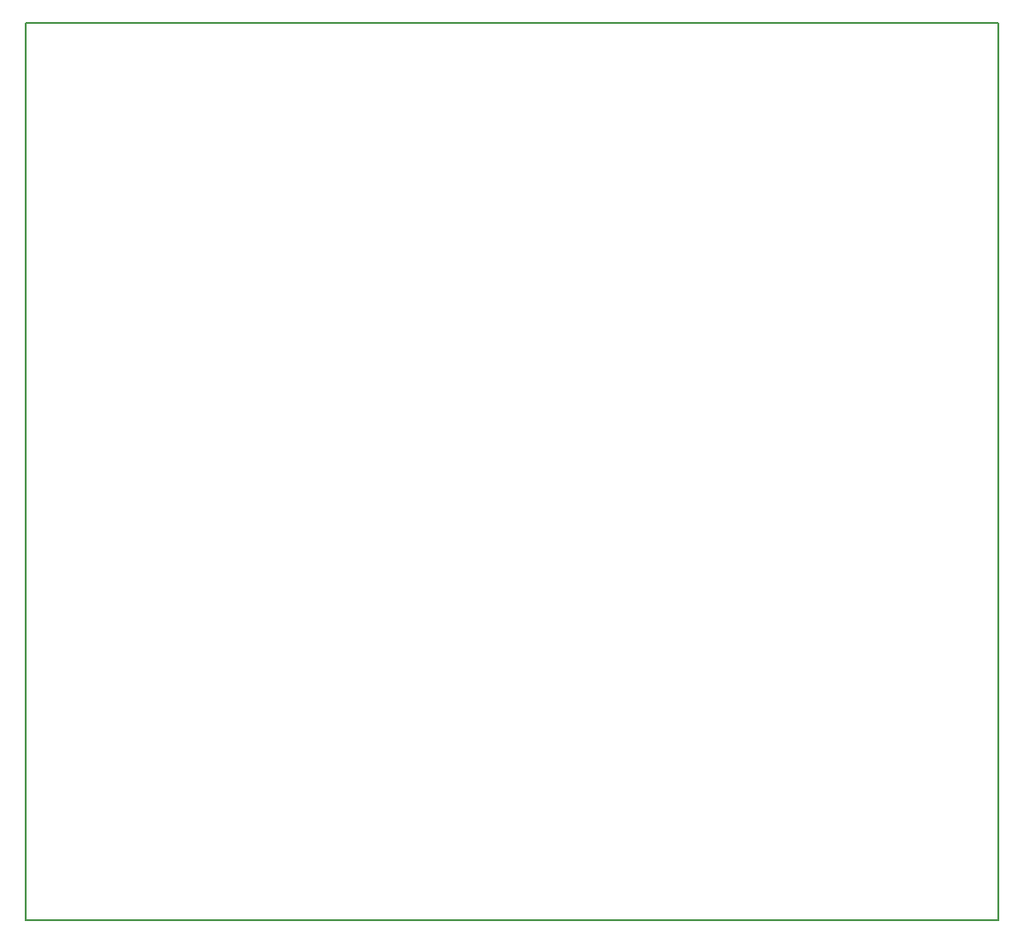
<source format=gbo>
G04 MADE WITH FRITZING*
G04 WWW.FRITZING.ORG*
G04 DOUBLE SIDED*
G04 HOLES PLATED*
G04 CONTOUR ON CENTER OF CONTOUR VECTOR*
%ASAXBY*%
%FSLAX23Y23*%
%MOIN*%
%OFA0B0*%
%SFA1.0B1.0*%
%ADD10R,3.543310X3.267720X3.527310X3.251720*%
%ADD11C,0.008000*%
%LNSILK0*%
G90*
G70*
G54D11*
X4Y3264D02*
X3539Y3264D01*
X3539Y4D01*
X4Y4D01*
X4Y3264D01*
D02*
G04 End of Silk0*
M02*
</source>
